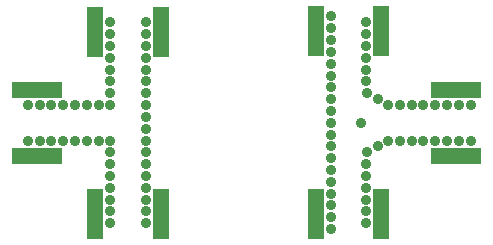
<source format=gbs>
G04*
G04 #@! TF.GenerationSoftware,Altium Limited,Altium Designer,24.4.1 (13)*
G04*
G04 Layer_Color=16711935*
%FSLAX25Y25*%
%MOIN*%
G70*
G04*
G04 #@! TF.SameCoordinates,8AE4C5FD-FAF6-43D2-9A58-D59D8264A591*
G04*
G04*
G04 #@! TF.FilePolarity,Negative*
G04*
G01*
G75*
%ADD23R,0.16942X0.05721*%
%ADD25R,0.05721X0.16942*%
%ADD30C,0.03556*%
D23*
X9055Y50295D02*
D03*
Y28445D02*
D03*
X148721D02*
D03*
Y50295D02*
D03*
D25*
X28445Y9055D02*
D03*
X50295D02*
D03*
Y69685D02*
D03*
X28445D02*
D03*
X123721Y70079D02*
D03*
X101870D02*
D03*
X101870Y9055D02*
D03*
X123720D02*
D03*
D30*
X116929Y39370D02*
D03*
X101870Y70079D02*
D03*
X101969Y74213D02*
D03*
Y66339D02*
D03*
X123721Y70079D02*
D03*
X123819Y74213D02*
D03*
Y66339D02*
D03*
X148721Y50295D02*
D03*
X152854Y50197D02*
D03*
X144980D02*
D03*
X148721Y28445D02*
D03*
X152854Y28346D02*
D03*
X144980D02*
D03*
X123720Y9055D02*
D03*
X123622Y4921D02*
D03*
Y12795D02*
D03*
X101870Y9055D02*
D03*
X101772Y4921D02*
D03*
Y12795D02*
D03*
X50295Y9055D02*
D03*
X50197Y4921D02*
D03*
Y12795D02*
D03*
X28445Y9055D02*
D03*
X28346Y4921D02*
D03*
Y12795D02*
D03*
X50295Y69685D02*
D03*
X50197Y65551D02*
D03*
Y73425D02*
D03*
X28445Y69685D02*
D03*
X28346Y65551D02*
D03*
Y73425D02*
D03*
X9055Y50295D02*
D03*
X4921Y50394D02*
D03*
X12795D02*
D03*
Y28543D02*
D03*
X4921D02*
D03*
X9055Y28445D02*
D03*
X119165Y29528D02*
D03*
Y49213D02*
D03*
X122575Y47244D02*
D03*
Y31496D02*
D03*
X125984Y45276D02*
D03*
Y33465D02*
D03*
X129921D02*
D03*
Y45276D02*
D03*
X133858Y33465D02*
D03*
Y45276D02*
D03*
X153543D02*
D03*
X149606D02*
D03*
X145669D02*
D03*
X141732D02*
D03*
X137795D02*
D03*
Y33465D02*
D03*
X141732D02*
D03*
X145669D02*
D03*
X149606D02*
D03*
X153543D02*
D03*
X118701Y5906D02*
D03*
Y9843D02*
D03*
Y13780D02*
D03*
Y17717D02*
D03*
Y21654D02*
D03*
Y25591D02*
D03*
X118701Y53150D02*
D03*
Y57087D02*
D03*
Y61024D02*
D03*
Y64961D02*
D03*
Y68898D02*
D03*
Y72835D02*
D03*
X106890Y74803D02*
D03*
X106890Y70866D02*
D03*
X106890Y66929D02*
D03*
Y62992D02*
D03*
Y59055D02*
D03*
Y55118D02*
D03*
X106890Y51181D02*
D03*
X106890Y47244D02*
D03*
Y43307D02*
D03*
Y39370D02*
D03*
Y35433D02*
D03*
Y31496D02*
D03*
Y27559D02*
D03*
X106890Y23622D02*
D03*
Y19685D02*
D03*
X106890Y15748D02*
D03*
X106890Y11811D02*
D03*
X106890Y7874D02*
D03*
X106890Y3937D02*
D03*
X45276Y72835D02*
D03*
Y68898D02*
D03*
Y64961D02*
D03*
Y61024D02*
D03*
Y57087D02*
D03*
Y53150D02*
D03*
Y49213D02*
D03*
Y45276D02*
D03*
Y41339D02*
D03*
Y37402D02*
D03*
Y33465D02*
D03*
Y29528D02*
D03*
Y25591D02*
D03*
Y21654D02*
D03*
Y17717D02*
D03*
Y13780D02*
D03*
Y9843D02*
D03*
Y5906D02*
D03*
X33465D02*
D03*
Y9843D02*
D03*
Y13780D02*
D03*
Y17717D02*
D03*
Y21654D02*
D03*
Y25591D02*
D03*
Y29528D02*
D03*
Y33465D02*
D03*
X29528D02*
D03*
X25591D02*
D03*
X21654D02*
D03*
X17717D02*
D03*
X13780D02*
D03*
X9843D02*
D03*
X5906D02*
D03*
X33465Y72835D02*
D03*
Y68898D02*
D03*
Y64961D02*
D03*
Y61024D02*
D03*
Y57087D02*
D03*
Y53150D02*
D03*
X5906Y45276D02*
D03*
X9843D02*
D03*
X13780D02*
D03*
X17717D02*
D03*
X21654D02*
D03*
X25591D02*
D03*
X29528D02*
D03*
X33465Y49213D02*
D03*
Y45276D02*
D03*
M02*

</source>
